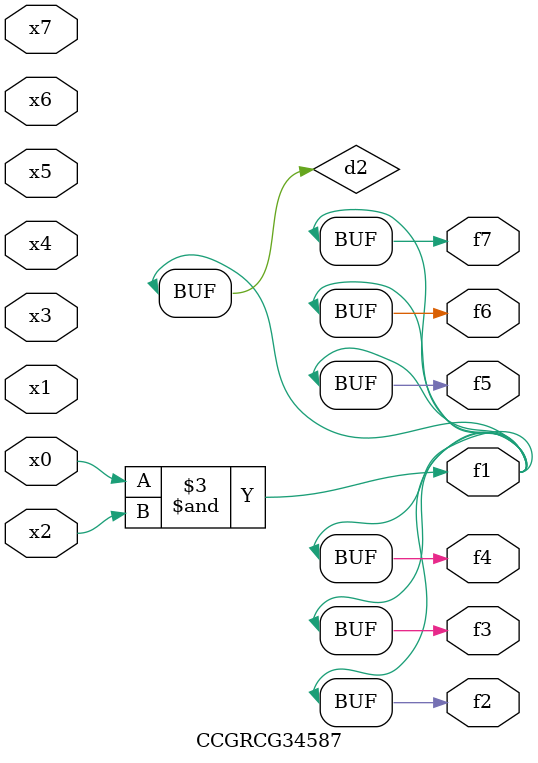
<source format=v>
module CCGRCG34587(
	input x0, x1, x2, x3, x4, x5, x6, x7,
	output f1, f2, f3, f4, f5, f6, f7
);

	wire d1, d2;

	nor (d1, x3, x6);
	and (d2, x0, x2);
	assign f1 = d2;
	assign f2 = d2;
	assign f3 = d2;
	assign f4 = d2;
	assign f5 = d2;
	assign f6 = d2;
	assign f7 = d2;
endmodule

</source>
